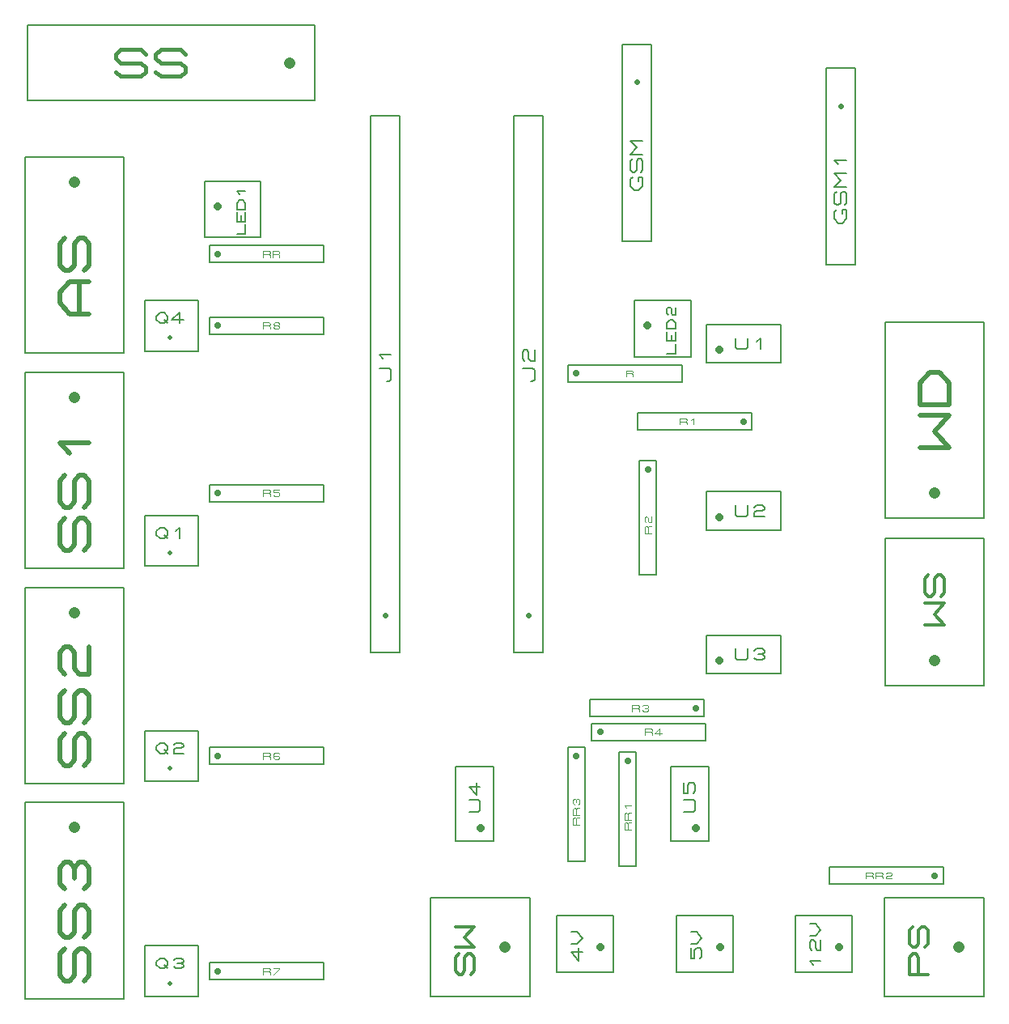
<source format=gbr>
G04 PROTEUS GERBER X2 FILE*
%TF.GenerationSoftware,Labcenter,Proteus,8.13-SP0-Build31525*%
%TF.CreationDate,2023-11-13T13:03:38+00:00*%
%TF.FileFunction,AssemblyDrawing,Top*%
%TF.FilePolarity,Positive*%
%TF.Part,Single*%
%TF.SameCoordinates,{d9887baf-ebf7-4e26-a593-32e53c83881c}*%
%FSLAX45Y45*%
%MOMM*%
G01*
%TA.AperFunction,Material*%
%ADD20C,0.152400*%
%ADD73C,0.609600*%
%ADD30C,0.209800*%
%ADD21C,0.203200*%
%ADD31C,1.219200*%
%ADD32C,0.501220*%
%ADD33C,0.462270*%
%ADD71C,0.508000*%
%ADD34C,0.180800*%
%ADD35C,0.711200*%
%ADD36C,0.110230*%
%ADD37C,0.314280*%
%ADD38C,0.812800*%
%ADD39C,0.194730*%
%ADD40C,0.190500*%
%ADD41C,0.331890*%
%ADD42C,0.142870*%
%TD.AperFunction*%
D20*
X-3213600Y+9671700D02*
X-3518400Y+9671700D01*
X-3518400Y+7614300D01*
X-3213600Y+7614300D01*
X-3213600Y+9671700D01*
X-3518400Y+9671700D01*
X-3518400Y+7614300D01*
X-3213600Y+7614300D01*
X-3213600Y+9671700D01*
D73*
X-3366000Y+9278000D02*
X-3366000Y+9278000D01*
D30*
X-3345019Y+8238277D02*
X-3345019Y+8285483D01*
X-3303058Y+8285483D01*
X-3303058Y+8191071D01*
X-3345019Y+8143866D01*
X-3386980Y+8143866D01*
X-3428941Y+8191071D01*
X-3428941Y+8261880D01*
X-3407960Y+8285483D01*
X-3324039Y+8332689D02*
X-3303058Y+8356291D01*
X-3303058Y+8450703D01*
X-3324039Y+8474306D01*
X-3345019Y+8474306D01*
X-3366000Y+8450703D01*
X-3366000Y+8356291D01*
X-3386980Y+8332689D01*
X-3407960Y+8332689D01*
X-3428941Y+8356291D01*
X-3428941Y+8450703D01*
X-3407960Y+8474306D01*
X-3303058Y+8521512D02*
X-3428941Y+8521512D01*
X-3366000Y+8592320D01*
X-3428941Y+8663129D01*
X-3303058Y+8663129D01*
D20*
X-6148400Y+3312300D02*
X-5843600Y+3312300D01*
X-5843600Y+8925700D01*
X-6148400Y+8925700D01*
X-6148400Y+3312300D01*
X-5843600Y+3312300D01*
X-5843600Y+8925700D01*
X-6148400Y+8925700D01*
X-6148400Y+3312300D01*
D73*
X-5996000Y+3706000D02*
X-5996000Y+3706000D01*
D30*
X-5975019Y+6146077D02*
X-5954039Y+6146077D01*
X-5933058Y+6169679D01*
X-5933058Y+6264091D01*
X-5954039Y+6287694D01*
X-6058941Y+6287694D01*
X-6016980Y+6382105D02*
X-6058941Y+6429311D01*
X-5933058Y+6429311D01*
D20*
X-4648400Y+3312300D02*
X-4343600Y+3312300D01*
X-4343600Y+8925700D01*
X-4648400Y+8925700D01*
X-4648400Y+3312300D01*
X-4343600Y+3312300D01*
X-4343600Y+8925700D01*
X-4648400Y+8925700D01*
X-4648400Y+3312300D01*
D73*
X-4496000Y+3706000D02*
X-4496000Y+3706000D01*
D30*
X-4475019Y+6146077D02*
X-4454039Y+6146077D01*
X-4433058Y+6169679D01*
X-4433058Y+6264091D01*
X-4454039Y+6287694D01*
X-4558941Y+6287694D01*
X-4537960Y+6358502D02*
X-4558941Y+6382105D01*
X-4558941Y+6452914D01*
X-4537960Y+6476517D01*
X-4516980Y+6476517D01*
X-4496000Y+6452914D01*
X-4496000Y+6382105D01*
X-4475019Y+6358502D01*
X-4433058Y+6358502D01*
X-4433058Y+6476517D01*
D20*
X-1077600Y+9425700D02*
X-1382400Y+9425700D01*
X-1382400Y+7368300D01*
X-1077600Y+7368300D01*
X-1077600Y+9425700D01*
X-1382400Y+9425700D01*
X-1382400Y+7368300D01*
X-1077600Y+7368300D01*
X-1077600Y+9425700D01*
D73*
X-1230000Y+9032000D02*
X-1230000Y+9032000D01*
D30*
X-1209019Y+7897865D02*
X-1209019Y+7945071D01*
X-1167058Y+7945071D01*
X-1167058Y+7850659D01*
X-1209019Y+7803454D01*
X-1250980Y+7803454D01*
X-1292941Y+7850659D01*
X-1292941Y+7921468D01*
X-1271960Y+7945071D01*
X-1188039Y+7992277D02*
X-1167058Y+8015879D01*
X-1167058Y+8110291D01*
X-1188039Y+8133894D01*
X-1209019Y+8133894D01*
X-1230000Y+8110291D01*
X-1230000Y+8015879D01*
X-1250980Y+7992277D01*
X-1271960Y+7992277D01*
X-1292941Y+8015879D01*
X-1292941Y+8110291D01*
X-1271960Y+8133894D01*
X-1167058Y+8181100D02*
X-1292941Y+8181100D01*
X-1230000Y+8251908D01*
X-1292941Y+8322717D01*
X-1167058Y+8322717D01*
X-1250980Y+8417128D02*
X-1292941Y+8464334D01*
X-1167058Y+8464334D01*
D21*
X-9764160Y+6441840D02*
X-8727840Y+6441840D01*
X-8727840Y+8494160D01*
X-9764160Y+8494160D01*
X-9764160Y+6441840D01*
D31*
X-9246000Y+8230000D02*
X-9246000Y+8230000D01*
D32*
X-9095632Y+6854337D02*
X-9296122Y+6854337D01*
X-9396367Y+6967112D01*
X-9396367Y+7079888D01*
X-9296122Y+7192664D01*
X-9095632Y+7192664D01*
X-9195877Y+6854337D02*
X-9195877Y+7192664D01*
X-9145754Y+7305440D02*
X-9095632Y+7361827D01*
X-9095632Y+7587379D01*
X-9145754Y+7643767D01*
X-9195877Y+7643767D01*
X-9246000Y+7587379D01*
X-9246000Y+7361827D01*
X-9296122Y+7305440D01*
X-9346245Y+7305440D01*
X-9396367Y+7361827D01*
X-9396367Y+7587379D01*
X-9346245Y+7643767D01*
D21*
X-9736660Y+9088840D02*
X-6731840Y+9088840D01*
X-6731840Y+9871160D01*
X-9736660Y+9871160D01*
X-9736660Y+9088840D01*
D31*
X-6996000Y+9480000D02*
X-6996000Y+9480000D01*
D33*
X-8812861Y+9387544D02*
X-8760855Y+9341316D01*
X-8552830Y+9341316D01*
X-8500823Y+9387544D01*
X-8500823Y+9433772D01*
X-8552830Y+9480000D01*
X-8760855Y+9480000D01*
X-8812861Y+9526228D01*
X-8812861Y+9572456D01*
X-8760855Y+9618684D01*
X-8552830Y+9618684D01*
X-8500823Y+9572456D01*
X-8396810Y+9387544D02*
X-8344804Y+9341316D01*
X-8136779Y+9341316D01*
X-8084772Y+9387544D01*
X-8084772Y+9433772D01*
X-8136779Y+9480000D01*
X-8344804Y+9480000D01*
X-8396810Y+9526228D01*
X-8396810Y+9572456D01*
X-8344804Y+9618684D01*
X-8136779Y+9618684D01*
X-8084772Y+9572456D01*
D21*
X-8510160Y+6465840D02*
X-7947440Y+6465840D01*
X-7947440Y+6994160D01*
X-8510160Y+6994160D01*
X-8510160Y+6465840D01*
D71*
X-8246000Y+6603000D02*
X-8246000Y+6603000D01*
D34*
X-8391520Y+6829360D02*
X-8350840Y+6865520D01*
X-8310160Y+6865520D01*
X-8269480Y+6829360D01*
X-8269480Y+6793200D01*
X-8310160Y+6757040D01*
X-8350840Y+6757040D01*
X-8391520Y+6793200D01*
X-8391520Y+6829360D01*
X-8310160Y+6793200D02*
X-8269480Y+6757040D01*
X-8106760Y+6793200D02*
X-8228800Y+6793200D01*
X-8147440Y+6865520D01*
X-8147440Y+6757040D01*
D21*
X-7834900Y+6641100D02*
X-6641100Y+6641100D01*
X-6641100Y+6818900D01*
X-7834900Y+6818900D01*
X-7834900Y+6641100D01*
D35*
X-7746000Y+6730000D02*
X-7746000Y+6730000D01*
D36*
X-7274982Y+6696929D02*
X-7274982Y+6763070D01*
X-7212975Y+6763070D01*
X-7200573Y+6752047D01*
X-7200573Y+6741023D01*
X-7212975Y+6730000D01*
X-7274982Y+6730000D01*
X-7212975Y+6730000D02*
X-7200573Y+6718976D01*
X-7200573Y+6696929D01*
X-7150967Y+6730000D02*
X-7163369Y+6741023D01*
X-7163369Y+6752047D01*
X-7150967Y+6763070D01*
X-7113763Y+6763070D01*
X-7101361Y+6752047D01*
X-7101361Y+6741023D01*
X-7113763Y+6730000D01*
X-7150967Y+6730000D01*
X-7163369Y+6718976D01*
X-7163369Y+6707952D01*
X-7150967Y+6696929D01*
X-7113763Y+6696929D01*
X-7101361Y+6707952D01*
X-7101361Y+6718976D01*
X-7113763Y+6730000D01*
D21*
X-9764160Y+4191840D02*
X-8727840Y+4191840D01*
X-8727840Y+6244160D01*
X-9764160Y+6244160D01*
X-9764160Y+4191840D01*
D31*
X-9246000Y+5980000D02*
X-9246000Y+5980000D01*
D32*
X-9145754Y+4378786D02*
X-9095632Y+4435173D01*
X-9095632Y+4660725D01*
X-9145754Y+4717113D01*
X-9195877Y+4717113D01*
X-9246000Y+4660725D01*
X-9246000Y+4435173D01*
X-9296122Y+4378786D01*
X-9346245Y+4378786D01*
X-9396367Y+4435173D01*
X-9396367Y+4660725D01*
X-9346245Y+4717113D01*
X-9145754Y+4829889D02*
X-9095632Y+4886276D01*
X-9095632Y+5111828D01*
X-9145754Y+5168216D01*
X-9195877Y+5168216D01*
X-9246000Y+5111828D01*
X-9246000Y+4886276D01*
X-9296122Y+4829889D01*
X-9346245Y+4829889D01*
X-9396367Y+4886276D01*
X-9396367Y+5111828D01*
X-9346245Y+5168216D01*
X-9296122Y+5393767D02*
X-9396367Y+5506543D01*
X-9095632Y+5506543D01*
D21*
X-7834900Y+4891100D02*
X-6641100Y+4891100D01*
X-6641100Y+5068900D01*
X-7834900Y+5068900D01*
X-7834900Y+4891100D01*
D35*
X-7746000Y+4980000D02*
X-7746000Y+4980000D01*
D36*
X-7274982Y+4946929D02*
X-7274982Y+5013070D01*
X-7212975Y+5013070D01*
X-7200573Y+5002047D01*
X-7200573Y+4991023D01*
X-7212975Y+4980000D01*
X-7274982Y+4980000D01*
X-7212975Y+4980000D02*
X-7200573Y+4968976D01*
X-7200573Y+4946929D01*
X-7101361Y+5013070D02*
X-7163369Y+5013070D01*
X-7163369Y+4991023D01*
X-7113763Y+4991023D01*
X-7101361Y+4980000D01*
X-7101361Y+4957952D01*
X-7113763Y+4946929D01*
X-7150967Y+4946929D01*
X-7163369Y+4957952D01*
D21*
X-8510160Y+4215840D02*
X-7947440Y+4215840D01*
X-7947440Y+4744160D01*
X-8510160Y+4744160D01*
X-8510160Y+4215840D01*
D71*
X-8246000Y+4353000D02*
X-8246000Y+4353000D01*
D34*
X-8391520Y+4579360D02*
X-8350840Y+4615520D01*
X-8310160Y+4615520D01*
X-8269480Y+4579360D01*
X-8269480Y+4543200D01*
X-8310160Y+4507040D01*
X-8350840Y+4507040D01*
X-8391520Y+4543200D01*
X-8391520Y+4579360D01*
X-8310160Y+4543200D02*
X-8269480Y+4507040D01*
X-8188120Y+4579360D02*
X-8147440Y+4615520D01*
X-8147440Y+4507040D01*
D21*
X-768160Y-288160D02*
X+268160Y-288160D01*
X+268160Y+748160D01*
X-768160Y+748160D01*
X-768160Y-288160D01*
D31*
X+4000Y+230000D02*
X+4000Y+230000D01*
D37*
X-318275Y-52853D02*
X-506844Y-52853D01*
X-506844Y+123930D01*
X-475416Y+159286D01*
X-443988Y+159286D01*
X-412560Y+123930D01*
X-412560Y-52853D01*
X-349703Y+230000D02*
X-318275Y+265356D01*
X-318275Y+406783D01*
X-349703Y+442139D01*
X-381131Y+442139D01*
X-412560Y+406783D01*
X-412560Y+265356D01*
X-443988Y+230000D01*
X-475416Y+230000D01*
X-506844Y+265356D01*
X-506844Y+406783D01*
X-475416Y+442139D01*
D21*
X-2637160Y+6342840D02*
X-1854840Y+6342840D01*
X-1854840Y+6744160D01*
X-2637160Y+6744160D01*
X-2637160Y+6342840D01*
D38*
X-2500000Y+6480000D02*
X-2500000Y+6480000D01*
D39*
X-2332359Y+6601920D02*
X-2332359Y+6504553D01*
X-2310452Y+6485080D01*
X-2222823Y+6485080D01*
X-2200915Y+6504553D01*
X-2200915Y+6601920D01*
X-2113286Y+6562973D02*
X-2069471Y+6601920D01*
X-2069471Y+6485080D01*
D21*
X-2637160Y+4592840D02*
X-1854840Y+4592840D01*
X-1854840Y+4994160D01*
X-2637160Y+4994160D01*
X-2637160Y+4592840D01*
D38*
X-2500000Y+4730000D02*
X-2500000Y+4730000D01*
D39*
X-2332359Y+4851920D02*
X-2332359Y+4754553D01*
X-2310452Y+4735080D01*
X-2222823Y+4735080D01*
X-2200915Y+4754553D01*
X-2200915Y+4851920D01*
X-2135193Y+4832447D02*
X-2113286Y+4851920D01*
X-2047564Y+4851920D01*
X-2025656Y+4832447D01*
X-2025656Y+4812973D01*
X-2047564Y+4793500D01*
X-2113286Y+4793500D01*
X-2135193Y+4774027D01*
X-2135193Y+4735080D01*
X-2025656Y+4735080D01*
D21*
X-2637160Y+3092840D02*
X-1854840Y+3092840D01*
X-1854840Y+3494160D01*
X-2637160Y+3494160D01*
X-2637160Y+3092840D01*
D38*
X-2500000Y+3230000D02*
X-2500000Y+3230000D01*
D39*
X-2332359Y+3351920D02*
X-2332359Y+3254553D01*
X-2310452Y+3235080D01*
X-2222823Y+3235080D01*
X-2200915Y+3254553D01*
X-2200915Y+3351920D01*
X-2135193Y+3332447D02*
X-2113286Y+3351920D01*
X-2047564Y+3351920D01*
X-2025656Y+3332447D01*
X-2025656Y+3312973D01*
X-2047564Y+3293500D01*
X-2025656Y+3274027D01*
X-2025656Y+3254553D01*
X-2047564Y+3235080D01*
X-2113286Y+3235080D01*
X-2135193Y+3254553D01*
X-2091378Y+3293500D02*
X-2047564Y+3293500D01*
D21*
X-5260160Y+1338840D02*
X-4858840Y+1338840D01*
X-4858840Y+2121160D01*
X-5260160Y+2121160D01*
X-5260160Y+1338840D01*
D38*
X-4996000Y+1476000D02*
X-4996000Y+1476000D01*
D39*
X-5117920Y+1643641D02*
X-5020553Y+1643641D01*
X-5001080Y+1665548D01*
X-5001080Y+1753177D01*
X-5020553Y+1775085D01*
X-5117920Y+1775085D01*
X-5040027Y+1950344D02*
X-5040027Y+1818900D01*
X-5117920Y+1906529D01*
X-5001080Y+1906529D01*
D21*
X-3010160Y+1338840D02*
X-2608840Y+1338840D01*
X-2608840Y+2121160D01*
X-3010160Y+2121160D01*
X-3010160Y+1338840D01*
D38*
X-2746000Y+1476000D02*
X-2746000Y+1476000D01*
D39*
X-2867920Y+1643641D02*
X-2770553Y+1643641D01*
X-2751080Y+1665548D01*
X-2751080Y+1753177D01*
X-2770553Y+1775085D01*
X-2867920Y+1775085D01*
X-2867920Y+1950344D02*
X-2867920Y+1840807D01*
X-2828973Y+1840807D01*
X-2828973Y+1928436D01*
X-2809500Y+1950344D01*
X-2770553Y+1950344D01*
X-2751080Y+1928436D01*
X-2751080Y+1862714D01*
X-2770553Y+1840807D01*
D21*
X-1700660Y-34160D02*
X-1108840Y-34160D01*
X-1108840Y+557660D01*
X-1700660Y+557660D01*
X-1700660Y-34160D01*
D38*
X-1246000Y+230000D02*
X-1246000Y+230000D01*
D40*
X-1512700Y+47437D02*
X-1550800Y+90300D01*
X-1436500Y+90300D01*
X-1531750Y+197456D02*
X-1550800Y+218887D01*
X-1550800Y+283181D01*
X-1531750Y+304612D01*
X-1512700Y+304612D01*
X-1493650Y+283181D01*
X-1493650Y+218887D01*
X-1474600Y+197456D01*
X-1436500Y+197456D01*
X-1436500Y+304612D01*
X-1550800Y+347475D02*
X-1493650Y+347475D01*
X-1436500Y+411768D01*
X-1493650Y+476062D01*
X-1550800Y+476062D01*
D21*
X-2946660Y-34160D02*
X-2354840Y-34160D01*
X-2354840Y+557660D01*
X-2946660Y+557660D01*
X-2946660Y-34160D01*
D38*
X-2492000Y+230000D02*
X-2492000Y+230000D01*
D40*
X-2796800Y+218887D02*
X-2796800Y+111731D01*
X-2758700Y+111731D01*
X-2758700Y+197456D01*
X-2739650Y+218887D01*
X-2701550Y+218887D01*
X-2682500Y+197456D01*
X-2682500Y+133162D01*
X-2701550Y+111731D01*
X-2796800Y+261750D02*
X-2739650Y+261750D01*
X-2682500Y+326043D01*
X-2739650Y+390337D01*
X-2796800Y+390337D01*
D21*
X-3547790Y+1075564D02*
X-3369990Y+1075564D01*
X-3369990Y+2269364D01*
X-3547790Y+2269364D01*
X-3547790Y+1075564D01*
D35*
X-3458890Y+2180464D02*
X-3458890Y+2180464D01*
D36*
X-3425819Y+1461416D02*
X-3491960Y+1461416D01*
X-3491960Y+1523423D01*
X-3480937Y+1535825D01*
X-3469913Y+1535825D01*
X-3458890Y+1523423D01*
X-3458890Y+1461416D01*
X-3458890Y+1523423D02*
X-3447866Y+1535825D01*
X-3425819Y+1535825D01*
X-3425819Y+1560628D02*
X-3491960Y+1560628D01*
X-3491960Y+1622635D01*
X-3480937Y+1635037D01*
X-3469913Y+1635037D01*
X-3458890Y+1622635D01*
X-3458890Y+1560628D01*
X-3458890Y+1622635D02*
X-3447866Y+1635037D01*
X-3425819Y+1635037D01*
X-3469913Y+1684643D02*
X-3491960Y+1709446D01*
X-3425819Y+1709446D01*
D21*
X-1350900Y+891100D02*
X-157100Y+891100D01*
X-157100Y+1068900D01*
X-1350900Y+1068900D01*
X-1350900Y+891100D01*
D35*
X-246000Y+980000D02*
X-246000Y+980000D01*
D36*
X-965048Y+946929D02*
X-965048Y+1013070D01*
X-903041Y+1013070D01*
X-890639Y+1002047D01*
X-890639Y+991023D01*
X-903041Y+980000D01*
X-965048Y+980000D01*
X-903041Y+980000D02*
X-890639Y+968976D01*
X-890639Y+946929D01*
X-865836Y+946929D02*
X-865836Y+1013070D01*
X-803829Y+1013070D01*
X-791427Y+1002047D01*
X-791427Y+991023D01*
X-803829Y+980000D01*
X-865836Y+980000D01*
X-803829Y+980000D02*
X-791427Y+968976D01*
X-791427Y+946929D01*
X-754223Y+1002047D02*
X-741821Y+1013070D01*
X-704617Y+1013070D01*
X-692215Y+1002047D01*
X-692215Y+991023D01*
X-704617Y+980000D01*
X-741821Y+980000D01*
X-754223Y+968976D01*
X-754223Y+946929D01*
X-692215Y+946929D01*
D21*
X-9764160Y+1941840D02*
X-8727840Y+1941840D01*
X-8727840Y+3994160D01*
X-9764160Y+3994160D01*
X-9764160Y+1941840D01*
D31*
X-9246000Y+3730000D02*
X-9246000Y+3730000D01*
D32*
X-9145754Y+2128786D02*
X-9095632Y+2185173D01*
X-9095632Y+2410725D01*
X-9145754Y+2467113D01*
X-9195877Y+2467113D01*
X-9246000Y+2410725D01*
X-9246000Y+2185173D01*
X-9296122Y+2128786D01*
X-9346245Y+2128786D01*
X-9396367Y+2185173D01*
X-9396367Y+2410725D01*
X-9346245Y+2467113D01*
X-9145754Y+2579889D02*
X-9095632Y+2636276D01*
X-9095632Y+2861828D01*
X-9145754Y+2918216D01*
X-9195877Y+2918216D01*
X-9246000Y+2861828D01*
X-9246000Y+2636276D01*
X-9296122Y+2579889D01*
X-9346245Y+2579889D01*
X-9396367Y+2636276D01*
X-9396367Y+2861828D01*
X-9346245Y+2918216D01*
X-9346245Y+3087379D02*
X-9396367Y+3143767D01*
X-9396367Y+3312931D01*
X-9346245Y+3369319D01*
X-9296122Y+3369319D01*
X-9246000Y+3312931D01*
X-9246000Y+3143767D01*
X-9195877Y+3087379D01*
X-9095632Y+3087379D01*
X-9095632Y+3369319D01*
D21*
X-8510160Y+1965840D02*
X-7947440Y+1965840D01*
X-7947440Y+2494160D01*
X-8510160Y+2494160D01*
X-8510160Y+1965840D01*
D71*
X-8246000Y+2103000D02*
X-8246000Y+2103000D01*
D34*
X-8391520Y+2329360D02*
X-8350840Y+2365520D01*
X-8310160Y+2365520D01*
X-8269480Y+2329360D01*
X-8269480Y+2293200D01*
X-8310160Y+2257040D01*
X-8350840Y+2257040D01*
X-8391520Y+2293200D01*
X-8391520Y+2329360D01*
X-8310160Y+2293200D02*
X-8269480Y+2257040D01*
X-8208460Y+2347440D02*
X-8188120Y+2365520D01*
X-8127100Y+2365520D01*
X-8106760Y+2347440D01*
X-8106760Y+2329360D01*
X-8127100Y+2311280D01*
X-8188120Y+2311280D01*
X-8208460Y+2293200D01*
X-8208460Y+2257040D01*
X-8106760Y+2257040D01*
D21*
X-7834900Y+2141100D02*
X-6641100Y+2141100D01*
X-6641100Y+2318900D01*
X-7834900Y+2318900D01*
X-7834900Y+2141100D01*
D35*
X-7746000Y+2230000D02*
X-7746000Y+2230000D01*
D36*
X-7274982Y+2196929D02*
X-7274982Y+2263070D01*
X-7212975Y+2263070D01*
X-7200573Y+2252047D01*
X-7200573Y+2241023D01*
X-7212975Y+2230000D01*
X-7274982Y+2230000D01*
X-7212975Y+2230000D02*
X-7200573Y+2218976D01*
X-7200573Y+2196929D01*
X-7101361Y+2252047D02*
X-7113763Y+2263070D01*
X-7150967Y+2263070D01*
X-7163369Y+2252047D01*
X-7163369Y+2207952D01*
X-7150967Y+2196929D01*
X-7113763Y+2196929D01*
X-7101361Y+2207952D01*
X-7101361Y+2218976D01*
X-7113763Y+2230000D01*
X-7163369Y+2230000D01*
D21*
X-9764160Y-308160D02*
X-8727840Y-308160D01*
X-8727840Y+1744160D01*
X-9764160Y+1744160D01*
X-9764160Y-308160D01*
D31*
X-9246000Y+1480000D02*
X-9246000Y+1480000D01*
D32*
X-9145754Y-121214D02*
X-9095632Y-64827D01*
X-9095632Y+160725D01*
X-9145754Y+217113D01*
X-9195877Y+217113D01*
X-9246000Y+160725D01*
X-9246000Y-64827D01*
X-9296122Y-121214D01*
X-9346245Y-121214D01*
X-9396367Y-64827D01*
X-9396367Y+160725D01*
X-9346245Y+217113D01*
X-9145754Y+329889D02*
X-9095632Y+386276D01*
X-9095632Y+611828D01*
X-9145754Y+668216D01*
X-9195877Y+668216D01*
X-9246000Y+611828D01*
X-9246000Y+386276D01*
X-9296122Y+329889D01*
X-9346245Y+329889D01*
X-9396367Y+386276D01*
X-9396367Y+611828D01*
X-9346245Y+668216D01*
X-9346245Y+837379D02*
X-9396367Y+893767D01*
X-9396367Y+1062931D01*
X-9346245Y+1119319D01*
X-9296122Y+1119319D01*
X-9246000Y+1062931D01*
X-9195877Y+1119319D01*
X-9145754Y+1119319D01*
X-9095632Y+1062931D01*
X-9095632Y+893767D01*
X-9145754Y+837379D01*
X-9246000Y+950155D02*
X-9246000Y+1062931D01*
D21*
X-8510160Y-284160D02*
X-7947440Y-284160D01*
X-7947440Y+244160D01*
X-8510160Y+244160D01*
X-8510160Y-284160D01*
D71*
X-8246000Y-147000D02*
X-8246000Y-147000D01*
D34*
X-8391520Y+79360D02*
X-8350840Y+115520D01*
X-8310160Y+115520D01*
X-8269480Y+79360D01*
X-8269480Y+43200D01*
X-8310160Y+7040D01*
X-8350840Y+7040D01*
X-8391520Y+43200D01*
X-8391520Y+79360D01*
X-8310160Y+43200D02*
X-8269480Y+7040D01*
X-8208460Y+97440D02*
X-8188120Y+115520D01*
X-8127100Y+115520D01*
X-8106760Y+97440D01*
X-8106760Y+79360D01*
X-8127100Y+61280D01*
X-8106760Y+43200D01*
X-8106760Y+25120D01*
X-8127100Y+7040D01*
X-8188120Y+7040D01*
X-8208460Y+25120D01*
X-8167780Y+61280D02*
X-8127100Y+61280D01*
D21*
X-7834900Y-108900D02*
X-6641100Y-108900D01*
X-6641100Y+68900D01*
X-7834900Y+68900D01*
X-7834900Y-108900D01*
D35*
X-7746000Y-20000D02*
X-7746000Y-20000D01*
D36*
X-7274982Y-53071D02*
X-7274982Y+13070D01*
X-7212975Y+13070D01*
X-7200573Y+2047D01*
X-7200573Y-8977D01*
X-7212975Y-20000D01*
X-7274982Y-20000D01*
X-7212975Y-20000D02*
X-7200573Y-31024D01*
X-7200573Y-53071D01*
X-7163369Y+13070D02*
X-7101361Y+13070D01*
X-7101361Y+2047D01*
X-7163369Y-53071D01*
D21*
X-3350900Y+5641100D02*
X-2157100Y+5641100D01*
X-2157100Y+5818900D01*
X-3350900Y+5818900D01*
X-3350900Y+5641100D01*
D35*
X-2246000Y+5730000D02*
X-2246000Y+5730000D01*
D36*
X-2915442Y+5696929D02*
X-2915442Y+5763070D01*
X-2853435Y+5763070D01*
X-2841033Y+5752047D01*
X-2841033Y+5741023D01*
X-2853435Y+5730000D01*
X-2915442Y+5730000D01*
X-2853435Y+5730000D02*
X-2841033Y+5718976D01*
X-2841033Y+5696929D01*
X-2791427Y+5741023D02*
X-2766624Y+5763070D01*
X-2766624Y+5696929D01*
D21*
X-3334900Y+4125100D02*
X-3157100Y+4125100D01*
X-3157100Y+5318900D01*
X-3334900Y+5318900D01*
X-3334900Y+4125100D01*
D35*
X-3246000Y+5230000D02*
X-3246000Y+5230000D01*
D36*
X-3212929Y+4560558D02*
X-3279070Y+4560558D01*
X-3279070Y+4622565D01*
X-3268047Y+4634967D01*
X-3257023Y+4634967D01*
X-3246000Y+4622565D01*
X-3246000Y+4560558D01*
X-3246000Y+4622565D02*
X-3234976Y+4634967D01*
X-3212929Y+4634967D01*
X-3268047Y+4672171D02*
X-3279070Y+4684573D01*
X-3279070Y+4721777D01*
X-3268047Y+4734179D01*
X-3257023Y+4734179D01*
X-3246000Y+4721777D01*
X-3246000Y+4684573D01*
X-3234976Y+4672171D01*
X-3212929Y+4672171D01*
X-3212929Y+4734179D01*
D21*
X-3850900Y+2641100D02*
X-2657100Y+2641100D01*
X-2657100Y+2818900D01*
X-3850900Y+2818900D01*
X-3850900Y+2641100D01*
D35*
X-2746000Y+2730000D02*
X-2746000Y+2730000D01*
D36*
X-3415442Y+2696929D02*
X-3415442Y+2763070D01*
X-3353435Y+2763070D01*
X-3341033Y+2752047D01*
X-3341033Y+2741023D01*
X-3353435Y+2730000D01*
X-3415442Y+2730000D01*
X-3353435Y+2730000D02*
X-3341033Y+2718976D01*
X-3341033Y+2696929D01*
X-3303829Y+2752047D02*
X-3291427Y+2763070D01*
X-3254223Y+2763070D01*
X-3241821Y+2752047D01*
X-3241821Y+2741023D01*
X-3254223Y+2730000D01*
X-3241821Y+2718976D01*
X-3241821Y+2707952D01*
X-3254223Y+2696929D01*
X-3291427Y+2696929D01*
X-3303829Y+2707952D01*
X-3279026Y+2730000D02*
X-3254223Y+2730000D01*
D21*
X-3834900Y+2391100D02*
X-2641100Y+2391100D01*
X-2641100Y+2568900D01*
X-3834900Y+2568900D01*
X-3834900Y+2391100D01*
D35*
X-3746000Y+2480000D02*
X-3746000Y+2480000D01*
D36*
X-3274982Y+2446929D02*
X-3274982Y+2513070D01*
X-3212975Y+2513070D01*
X-3200573Y+2502047D01*
X-3200573Y+2491023D01*
X-3212975Y+2480000D01*
X-3274982Y+2480000D01*
X-3212975Y+2480000D02*
X-3200573Y+2468976D01*
X-3200573Y+2446929D01*
X-3101361Y+2468976D02*
X-3175770Y+2468976D01*
X-3126164Y+2513070D01*
X-3126164Y+2446929D01*
D21*
X-5518160Y-288160D02*
X-4481840Y-288160D01*
X-4481840Y+748160D01*
X-5518160Y+748160D01*
X-5518160Y-288160D01*
D31*
X-4746000Y+230000D02*
X-4746000Y+230000D01*
D37*
X-5099703Y-52853D02*
X-5068275Y-17497D01*
X-5068275Y+123930D01*
X-5099703Y+159286D01*
X-5131131Y+159286D01*
X-5162560Y+123930D01*
X-5162560Y-17497D01*
X-5193988Y-52853D01*
X-5225416Y-52853D01*
X-5256844Y-17497D01*
X-5256844Y+123930D01*
X-5225416Y+159286D01*
X-5256844Y+230000D02*
X-5068275Y+230000D01*
X-5162560Y+336069D01*
X-5068275Y+442139D01*
X-5256844Y+442139D01*
D21*
X-764160Y+4715840D02*
X+272160Y+4715840D01*
X+272160Y+6768160D01*
X-764160Y+6768160D01*
X-764160Y+4715840D01*
D31*
X-246000Y+4980000D02*
X-246000Y+4980000D01*
D32*
X-396367Y+5453457D02*
X-95632Y+5453457D01*
X-246000Y+5622620D01*
X-95632Y+5791784D01*
X-396367Y+5791784D01*
X-95632Y+5904560D02*
X-396367Y+5904560D01*
X-396367Y+6130111D01*
X-296122Y+6242887D01*
X-195877Y+6242887D01*
X-95632Y+6130111D01*
X-95632Y+5904560D01*
D21*
X-764160Y+2965840D02*
X+272160Y+2965840D01*
X+272160Y+4510160D01*
X-764160Y+4510160D01*
X-764160Y+2965840D01*
D31*
X-246000Y+3230000D02*
X-246000Y+3230000D01*
D41*
X-345568Y+3601857D02*
X-146432Y+3601857D01*
X-246000Y+3713870D01*
X-146432Y+3825884D01*
X-345568Y+3825884D01*
X-179621Y+3900560D02*
X-146432Y+3937897D01*
X-146432Y+4087249D01*
X-179621Y+4124587D01*
X-212811Y+4124587D01*
X-246000Y+4087249D01*
X-246000Y+3937897D01*
X-279189Y+3900560D01*
X-312379Y+3900560D01*
X-345568Y+3937897D01*
X-345568Y+4087249D01*
X-312379Y+4124587D01*
D21*
X-4196660Y-34160D02*
X-3604840Y-34160D01*
X-3604840Y+557660D01*
X-4196660Y+557660D01*
X-4196660Y-34160D01*
D38*
X-3742000Y+230000D02*
X-3742000Y+230000D01*
D40*
X-3970600Y+218887D02*
X-3970600Y+90300D01*
X-4046800Y+176025D01*
X-3932500Y+176025D01*
X-4046800Y+261750D02*
X-3989650Y+261750D01*
X-3932500Y+326043D01*
X-3989650Y+390337D01*
X-4046800Y+390337D01*
D21*
X-4084900Y+1125100D02*
X-3907100Y+1125100D01*
X-3907100Y+2318900D01*
X-4084900Y+2318900D01*
X-4084900Y+1125100D01*
D35*
X-3996000Y+2230000D02*
X-3996000Y+2230000D01*
D36*
X-3962929Y+1510952D02*
X-4029070Y+1510952D01*
X-4029070Y+1572959D01*
X-4018047Y+1585361D01*
X-4007023Y+1585361D01*
X-3996000Y+1572959D01*
X-3996000Y+1510952D01*
X-3996000Y+1572959D02*
X-3984976Y+1585361D01*
X-3962929Y+1585361D01*
X-3962929Y+1610164D02*
X-4029070Y+1610164D01*
X-4029070Y+1672171D01*
X-4018047Y+1684573D01*
X-4007023Y+1684573D01*
X-3996000Y+1672171D01*
X-3996000Y+1610164D01*
X-3996000Y+1672171D02*
X-3984976Y+1684573D01*
X-3962929Y+1684573D01*
X-4018047Y+1721777D02*
X-4029070Y+1734179D01*
X-4029070Y+1771383D01*
X-4018047Y+1783785D01*
X-4007023Y+1783785D01*
X-3996000Y+1771383D01*
X-3984976Y+1783785D01*
X-3973952Y+1783785D01*
X-3962929Y+1771383D01*
X-3962929Y+1734179D01*
X-3973952Y+1721777D01*
X-3996000Y+1746580D02*
X-3996000Y+1771383D01*
D21*
X-7887160Y+7652340D02*
X-7295340Y+7652340D01*
X-7295340Y+8244160D01*
X-7887160Y+8244160D01*
X-7887160Y+7652340D01*
D38*
X-7750000Y+7980000D02*
X-7750000Y+7980000D01*
D42*
X-7545213Y+7691076D02*
X-7459488Y+7691076D01*
X-7459488Y+7787516D01*
X-7459488Y+7916103D02*
X-7459488Y+7819663D01*
X-7545213Y+7819663D01*
X-7545213Y+7916103D01*
X-7502350Y+7819663D02*
X-7502350Y+7883956D01*
X-7459488Y+7948250D02*
X-7545213Y+7948250D01*
X-7545213Y+8012543D01*
X-7516638Y+8044690D01*
X-7488063Y+8044690D01*
X-7459488Y+8012543D01*
X-7459488Y+7948250D01*
X-7516638Y+8108983D02*
X-7545213Y+8141130D01*
X-7459488Y+8141130D01*
D21*
X-3387160Y+6402340D02*
X-2795340Y+6402340D01*
X-2795340Y+6994160D01*
X-3387160Y+6994160D01*
X-3387160Y+6402340D01*
D38*
X-3250000Y+6730000D02*
X-3250000Y+6730000D01*
D42*
X-3045213Y+6441076D02*
X-2959488Y+6441076D01*
X-2959488Y+6537516D01*
X-2959488Y+6666103D02*
X-2959488Y+6569663D01*
X-3045213Y+6569663D01*
X-3045213Y+6666103D01*
X-3002350Y+6569663D02*
X-3002350Y+6633956D01*
X-2959488Y+6698250D02*
X-3045213Y+6698250D01*
X-3045213Y+6762543D01*
X-3016638Y+6794690D01*
X-2988063Y+6794690D01*
X-2959488Y+6762543D01*
X-2959488Y+6698250D01*
X-3030925Y+6842910D02*
X-3045213Y+6858983D01*
X-3045213Y+6907203D01*
X-3030925Y+6923277D01*
X-3016638Y+6923277D01*
X-3002350Y+6907203D01*
X-3002350Y+6858983D01*
X-2988063Y+6842910D01*
X-2959488Y+6842910D01*
X-2959488Y+6923277D01*
D21*
X-4084900Y+6141100D02*
X-2891100Y+6141100D01*
X-2891100Y+6318900D01*
X-4084900Y+6318900D01*
X-4084900Y+6141100D01*
D35*
X-3996000Y+6230000D02*
X-3996000Y+6230000D01*
D36*
X-3475376Y+6196929D02*
X-3475376Y+6263070D01*
X-3413369Y+6263070D01*
X-3400967Y+6252047D01*
X-3400967Y+6241023D01*
X-3413369Y+6230000D01*
X-3475376Y+6230000D01*
X-3413369Y+6230000D02*
X-3400967Y+6218976D01*
X-3400967Y+6196929D01*
D21*
X-7834900Y+7391100D02*
X-6641100Y+7391100D01*
X-6641100Y+7568900D01*
X-7834900Y+7568900D01*
X-7834900Y+7391100D01*
D35*
X-7746000Y+7480000D02*
X-7746000Y+7480000D01*
D36*
X-7274982Y+7446929D02*
X-7274982Y+7513070D01*
X-7212975Y+7513070D01*
X-7200573Y+7502047D01*
X-7200573Y+7491023D01*
X-7212975Y+7480000D01*
X-7274982Y+7480000D01*
X-7212975Y+7480000D02*
X-7200573Y+7468976D01*
X-7200573Y+7446929D01*
X-7175770Y+7446929D02*
X-7175770Y+7513070D01*
X-7113763Y+7513070D01*
X-7101361Y+7502047D01*
X-7101361Y+7491023D01*
X-7113763Y+7480000D01*
X-7175770Y+7480000D01*
X-7113763Y+7480000D02*
X-7101361Y+7468976D01*
X-7101361Y+7446929D01*
M02*

</source>
